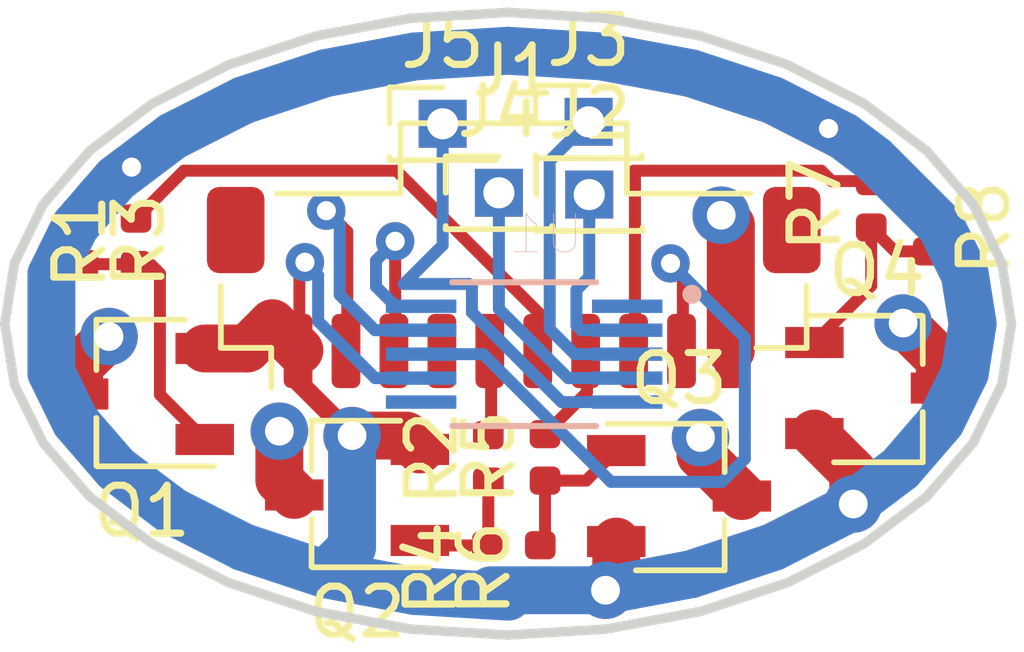
<source format=kicad_pcb>
(kicad_pcb (version 20171130) (host pcbnew 5.1.7-a382d34a8~88~ubuntu20.04.1)

  (general
    (thickness 1.6)
    (drawings 32)
    (tracks 169)
    (zones 0)
    (modules 18)
    (nets 25)
  )

  (page A4)
  (layers
    (0 F.Cu signal)
    (31 B.Cu signal)
    (32 B.Adhes user)
    (33 F.Adhes user)
    (34 B.Paste user)
    (35 F.Paste user)
    (36 B.SilkS user)
    (37 F.SilkS user)
    (38 B.Mask user)
    (39 F.Mask user)
    (40 Dwgs.User user)
    (41 Cmts.User user)
    (42 Eco1.User user)
    (43 Eco2.User user)
    (44 Edge.Cuts user)
    (45 Margin user)
    (46 B.CrtYd user)
    (47 F.CrtYd user hide)
    (48 B.Fab user)
    (49 F.Fab user hide)
  )

  (setup
    (last_trace_width 0.25)
    (user_trace_width 0.4)
    (user_trace_width 0.8)
    (user_trace_width 1)
    (user_trace_width 2)
    (trace_clearance 0.2)
    (zone_clearance 0.508)
    (zone_45_only no)
    (trace_min 0.2)
    (via_size 0.8)
    (via_drill 0.4)
    (via_min_size 0.4)
    (via_min_drill 0.3)
    (user_via 1 0.5)
    (user_via 1.2 0.6)
    (user_via 1.5 0.75)
    (uvia_size 0.3)
    (uvia_drill 0.1)
    (uvias_allowed no)
    (uvia_min_size 0.2)
    (uvia_min_drill 0.1)
    (edge_width 0.05)
    (segment_width 0.2)
    (pcb_text_width 0.3)
    (pcb_text_size 1.5 1.5)
    (mod_edge_width 0.12)
    (mod_text_size 1 1)
    (mod_text_width 0.15)
    (pad_size 1.524 1.524)
    (pad_drill 0.762)
    (pad_to_mask_clearance 0.05)
    (aux_axis_origin 0 0)
    (visible_elements FFFFFF7F)
    (pcbplotparams
      (layerselection 0x010fc_ffffffff)
      (usegerberextensions false)
      (usegerberattributes true)
      (usegerberadvancedattributes true)
      (creategerberjobfile true)
      (excludeedgelayer true)
      (linewidth 0.100000)
      (plotframeref false)
      (viasonmask false)
      (mode 1)
      (useauxorigin false)
      (hpglpennumber 1)
      (hpglpenspeed 20)
      (hpglpendiameter 15.000000)
      (psnegative false)
      (psa4output false)
      (plotreference true)
      (plotvalue true)
      (plotinvisibletext false)
      (padsonsilk false)
      (subtractmaskfromsilk false)
      (outputformat 1)
      (mirror false)
      (drillshape 1)
      (scaleselection 1)
      (outputdirectory ""))
  )

  (net 0 "")
  (net 1 GND)
  (net 2 "Net-(Q1-Pad1)")
  (net 3 "Net-(Q2-Pad1)")
  (net 4 "Net-(Q3-Pad1)")
  (net 5 "Net-(Q4-Pad1)")
  (net 6 /SDA)
  (net 7 /SCL)
  (net 8 +3V3)
  (net 9 "Net-(J1-Pad8)")
  (net 10 "Net-(J1-Pad7)")
  (net 11 "Net-(J1-Pad6)")
  (net 12 "Net-(J1-Pad5)")
  (net 13 "Net-(J1-Pad4)")
  (net 14 "Net-(Q1-Pad3)")
  (net 15 "Net-(Q2-Pad3)")
  (net 16 "Net-(Q3-Pad3)")
  (net 17 "Net-(Q4-Pad3)")
  (net 18 /+12V)
  (net 19 "Net-(J2-Pad1)")
  (net 20 "Net-(J3-Pad1)")
  (net 21 "Net-(J4-Pad1)")
  (net 22 "Net-(J5-Pad1)")
  (net 23 "Net-(U1-Pad6)")
  (net 24 "Net-(U1-Pad1)")

  (net_class Default "This is the default net class."
    (clearance 0.2)
    (trace_width 0.25)
    (via_dia 0.8)
    (via_drill 0.4)
    (uvia_dia 0.3)
    (uvia_drill 0.1)
    (add_net +3V3)
    (add_net /+12V)
    (add_net /SCL)
    (add_net /SDA)
    (add_net GND)
    (add_net "Net-(J1-Pad4)")
    (add_net "Net-(J1-Pad5)")
    (add_net "Net-(J1-Pad6)")
    (add_net "Net-(J1-Pad7)")
    (add_net "Net-(J1-Pad8)")
    (add_net "Net-(J2-Pad1)")
    (add_net "Net-(J3-Pad1)")
    (add_net "Net-(J4-Pad1)")
    (add_net "Net-(J5-Pad1)")
    (add_net "Net-(Q1-Pad1)")
    (add_net "Net-(Q1-Pad3)")
    (add_net "Net-(Q2-Pad1)")
    (add_net "Net-(Q2-Pad3)")
    (add_net "Net-(Q3-Pad1)")
    (add_net "Net-(Q3-Pad3)")
    (add_net "Net-(Q4-Pad1)")
    (add_net "Net-(Q4-Pad3)")
    (add_net "Net-(U1-Pad1)")
    (add_net "Net-(U1-Pad6)")
  )

  (module FDC1004DGSR:SOP50P490X110-10N (layer B.Cu) (tedit 5FC66EA3) (tstamp 6041CA37)
    (at 155.75926 107.74604 180)
    (path /604170D4)
    (fp_text reference U1 (at -0.46 2.508) (layer B.SilkS)
      (effects (font (size 0.8 0.8) (thickness 0.015)) (justify mirror))
    )
    (fp_text value FDC1004DGSR (at 5.636 -2.508) (layer B.Fab)
      (effects (font (size 0.8 0.8) (thickness 0.015)) (justify mirror))
    )
    (fp_circle (center -3.5 1.25) (end -3.4 1.25) (layer B.SilkS) (width 0.2))
    (fp_circle (center -3.5 1.25) (end -3.4 1.25) (layer B.Fab) (width 0.2))
    (fp_line (start -1.5 1.5) (end 1.5 1.5) (layer B.Fab) (width 0.127))
    (fp_line (start -1.5 -1.5) (end 1.5 -1.5) (layer B.Fab) (width 0.127))
    (fp_line (start -1.5 1.5) (end 1.5 1.5) (layer B.SilkS) (width 0.127))
    (fp_line (start -1.5 -1.5) (end 1.5 -1.5) (layer B.SilkS) (width 0.127))
    (fp_line (start -1.5 1.5) (end -1.5 -1.5) (layer B.Fab) (width 0.127))
    (fp_line (start 1.5 1.5) (end 1.5 -1.5) (layer B.Fab) (width 0.127))
    (fp_line (start -3.135 1.75) (end 3.135 1.75) (layer B.CrtYd) (width 0.05))
    (fp_line (start -3.135 -1.75) (end 3.135 -1.75) (layer B.CrtYd) (width 0.05))
    (fp_line (start -3.135 1.75) (end -3.135 -1.75) (layer B.CrtYd) (width 0.05))
    (fp_line (start 3.135 1.75) (end 3.135 -1.75) (layer B.CrtYd) (width 0.05))
    (pad 10 smd rect (at 2.15 1 180) (size 1.47 0.28) (layers B.Cu B.Paste B.Mask)
      (net 6 /SDA))
    (pad 9 smd rect (at 2.15 0.5 180) (size 1.47 0.28) (layers B.Cu B.Paste B.Mask)
      (net 7 /SCL))
    (pad 8 smd rect (at 2.15 0 180) (size 1.47 0.28) (layers B.Cu B.Paste B.Mask)
      (net 8 +3V3))
    (pad 7 smd rect (at 2.15 -0.5 180) (size 1.47 0.28) (layers B.Cu B.Paste B.Mask)
      (net 1 GND))
    (pad 6 smd rect (at 2.15 -1 180) (size 1.47 0.28) (layers B.Cu B.Paste B.Mask)
      (net 23 "Net-(U1-Pad6)"))
    (pad 5 smd rect (at -2.15 -1 180) (size 1.47 0.28) (layers B.Cu B.Paste B.Mask)
      (net 22 "Net-(J5-Pad1)"))
    (pad 4 smd rect (at -2.15 -0.5 180) (size 1.47 0.28) (layers B.Cu B.Paste B.Mask)
      (net 21 "Net-(J4-Pad1)"))
    (pad 3 smd rect (at -2.15 0 180) (size 1.47 0.28) (layers B.Cu B.Paste B.Mask)
      (net 20 "Net-(J3-Pad1)"))
    (pad 2 smd rect (at -2.15 0.5 180) (size 1.47 0.28) (layers B.Cu B.Paste B.Mask)
      (net 19 "Net-(J2-Pad1)"))
    (pad 1 smd rect (at -2.15 1 180) (size 1.47 0.28) (layers B.Cu B.Paste B.Mask)
      (net 24 "Net-(U1-Pad1)"))
  )

  (module Connector_PinHeader_1.27mm:PinHeader_1x01_P1.27mm_Vertical (layer F.Cu) (tedit 59FED6E3) (tstamp 6041C89D)
    (at 154.05862 102.93604)
    (descr "Through hole straight pin header, 1x01, 1.27mm pitch, single row")
    (tags "Through hole pin header THT 1x01 1.27mm single row")
    (path /6041D9F8)
    (fp_text reference J5 (at 0 -1.695) (layer F.SilkS)
      (effects (font (size 1 1) (thickness 0.15)))
    )
    (fp_text value Conn_01x01 (at 0 1.695) (layer F.Fab)
      (effects (font (size 1 1) (thickness 0.15)))
    )
    (fp_text user %R (at 0 0 90) (layer F.Fab)
      (effects (font (size 1 1) (thickness 0.15)))
    )
    (fp_line (start -0.525 -0.635) (end 1.05 -0.635) (layer F.Fab) (width 0.1))
    (fp_line (start 1.05 -0.635) (end 1.05 0.635) (layer F.Fab) (width 0.1))
    (fp_line (start 1.05 0.635) (end -1.05 0.635) (layer F.Fab) (width 0.1))
    (fp_line (start -1.05 0.635) (end -1.05 -0.11) (layer F.Fab) (width 0.1))
    (fp_line (start -1.05 -0.11) (end -0.525 -0.635) (layer F.Fab) (width 0.1))
    (fp_line (start -1.11 0.76) (end 1.11 0.76) (layer F.SilkS) (width 0.12))
    (fp_line (start -1.11 0.76) (end -1.11 0.695) (layer F.SilkS) (width 0.12))
    (fp_line (start 1.11 0.76) (end 1.11 0.695) (layer F.SilkS) (width 0.12))
    (fp_line (start -1.11 0.76) (end -0.563471 0.76) (layer F.SilkS) (width 0.12))
    (fp_line (start 0.563471 0.76) (end 1.11 0.76) (layer F.SilkS) (width 0.12))
    (fp_line (start -1.11 0) (end -1.11 -0.76) (layer F.SilkS) (width 0.12))
    (fp_line (start -1.11 -0.76) (end 0 -0.76) (layer F.SilkS) (width 0.12))
    (fp_line (start -1.55 -1.15) (end -1.55 1.15) (layer F.CrtYd) (width 0.05))
    (fp_line (start -1.55 1.15) (end 1.55 1.15) (layer F.CrtYd) (width 0.05))
    (fp_line (start 1.55 1.15) (end 1.55 -1.15) (layer F.CrtYd) (width 0.05))
    (fp_line (start 1.55 -1.15) (end -1.55 -1.15) (layer F.CrtYd) (width 0.05))
    (pad 1 thru_hole rect (at 0 0) (size 1 1) (drill 0.65) (layers *.Cu *.Mask)
      (net 22 "Net-(J5-Pad1)"))
    (model ${KISYS3DMOD}/Connector_PinHeader_1.27mm.3dshapes/PinHeader_1x01_P1.27mm_Vertical.wrl
      (at (xyz 0 0 0))
      (scale (xyz 1 1 1))
      (rotate (xyz 0 0 0))
    )
  )

  (module Connector_PinHeader_1.27mm:PinHeader_1x01_P1.27mm_Vertical (layer F.Cu) (tedit 59FED6E3) (tstamp 6041C887)
    (at 155.2321 104.37622)
    (descr "Through hole straight pin header, 1x01, 1.27mm pitch, single row")
    (tags "Through hole pin header THT 1x01 1.27mm single row")
    (path /6041CE99)
    (fp_text reference J4 (at 0 -1.695) (layer F.SilkS)
      (effects (font (size 1 1) (thickness 0.15)))
    )
    (fp_text value Conn_01x01 (at 0 1.695) (layer F.Fab)
      (effects (font (size 1 1) (thickness 0.15)))
    )
    (fp_text user %R (at 0 0 90) (layer F.Fab)
      (effects (font (size 1 1) (thickness 0.15)))
    )
    (fp_line (start -0.525 -0.635) (end 1.05 -0.635) (layer F.Fab) (width 0.1))
    (fp_line (start 1.05 -0.635) (end 1.05 0.635) (layer F.Fab) (width 0.1))
    (fp_line (start 1.05 0.635) (end -1.05 0.635) (layer F.Fab) (width 0.1))
    (fp_line (start -1.05 0.635) (end -1.05 -0.11) (layer F.Fab) (width 0.1))
    (fp_line (start -1.05 -0.11) (end -0.525 -0.635) (layer F.Fab) (width 0.1))
    (fp_line (start -1.11 0.76) (end 1.11 0.76) (layer F.SilkS) (width 0.12))
    (fp_line (start -1.11 0.76) (end -1.11 0.695) (layer F.SilkS) (width 0.12))
    (fp_line (start 1.11 0.76) (end 1.11 0.695) (layer F.SilkS) (width 0.12))
    (fp_line (start -1.11 0.76) (end -0.563471 0.76) (layer F.SilkS) (width 0.12))
    (fp_line (start 0.563471 0.76) (end 1.11 0.76) (layer F.SilkS) (width 0.12))
    (fp_line (start -1.11 0) (end -1.11 -0.76) (layer F.SilkS) (width 0.12))
    (fp_line (start -1.11 -0.76) (end 0 -0.76) (layer F.SilkS) (width 0.12))
    (fp_line (start -1.55 -1.15) (end -1.55 1.15) (layer F.CrtYd) (width 0.05))
    (fp_line (start -1.55 1.15) (end 1.55 1.15) (layer F.CrtYd) (width 0.05))
    (fp_line (start 1.55 1.15) (end 1.55 -1.15) (layer F.CrtYd) (width 0.05))
    (fp_line (start 1.55 -1.15) (end -1.55 -1.15) (layer F.CrtYd) (width 0.05))
    (pad 1 thru_hole rect (at 0 0) (size 1 1) (drill 0.65) (layers *.Cu *.Mask)
      (net 21 "Net-(J4-Pad1)"))
    (model ${KISYS3DMOD}/Connector_PinHeader_1.27mm.3dshapes/PinHeader_1x01_P1.27mm_Vertical.wrl
      (at (xyz 0 0 0))
      (scale (xyz 1 1 1))
      (rotate (xyz 0 0 0))
    )
  )

  (module Connector_PinHeader_1.27mm:PinHeader_1x01_P1.27mm_Vertical (layer F.Cu) (tedit 59FED6E3) (tstamp 6041C871)
    (at 157.10408 102.8954)
    (descr "Through hole straight pin header, 1x01, 1.27mm pitch, single row")
    (tags "Through hole pin header THT 1x01 1.27mm single row")
    (path /6041C7F4)
    (fp_text reference J3 (at 0 -1.695) (layer F.SilkS)
      (effects (font (size 1 1) (thickness 0.15)))
    )
    (fp_text value Conn_01x01 (at 0 1.695) (layer F.Fab)
      (effects (font (size 1 1) (thickness 0.15)))
    )
    (fp_text user %R (at 0 0 90) (layer F.Fab)
      (effects (font (size 1 1) (thickness 0.15)))
    )
    (fp_line (start -0.525 -0.635) (end 1.05 -0.635) (layer F.Fab) (width 0.1))
    (fp_line (start 1.05 -0.635) (end 1.05 0.635) (layer F.Fab) (width 0.1))
    (fp_line (start 1.05 0.635) (end -1.05 0.635) (layer F.Fab) (width 0.1))
    (fp_line (start -1.05 0.635) (end -1.05 -0.11) (layer F.Fab) (width 0.1))
    (fp_line (start -1.05 -0.11) (end -0.525 -0.635) (layer F.Fab) (width 0.1))
    (fp_line (start -1.11 0.76) (end 1.11 0.76) (layer F.SilkS) (width 0.12))
    (fp_line (start -1.11 0.76) (end -1.11 0.695) (layer F.SilkS) (width 0.12))
    (fp_line (start 1.11 0.76) (end 1.11 0.695) (layer F.SilkS) (width 0.12))
    (fp_line (start -1.11 0.76) (end -0.563471 0.76) (layer F.SilkS) (width 0.12))
    (fp_line (start 0.563471 0.76) (end 1.11 0.76) (layer F.SilkS) (width 0.12))
    (fp_line (start -1.11 0) (end -1.11 -0.76) (layer F.SilkS) (width 0.12))
    (fp_line (start -1.11 -0.76) (end 0 -0.76) (layer F.SilkS) (width 0.12))
    (fp_line (start -1.55 -1.15) (end -1.55 1.15) (layer F.CrtYd) (width 0.05))
    (fp_line (start -1.55 1.15) (end 1.55 1.15) (layer F.CrtYd) (width 0.05))
    (fp_line (start 1.55 1.15) (end 1.55 -1.15) (layer F.CrtYd) (width 0.05))
    (fp_line (start 1.55 -1.15) (end -1.55 -1.15) (layer F.CrtYd) (width 0.05))
    (pad 1 thru_hole rect (at 0 0) (size 1 1) (drill 0.65) (layers *.Cu *.Mask)
      (net 20 "Net-(J3-Pad1)"))
    (model ${KISYS3DMOD}/Connector_PinHeader_1.27mm.3dshapes/PinHeader_1x01_P1.27mm_Vertical.wrl
      (at (xyz 0 0 0))
      (scale (xyz 1 1 1))
      (rotate (xyz 0 0 0))
    )
  )

  (module Connector_PinHeader_1.27mm:PinHeader_1x01_P1.27mm_Vertical (layer F.Cu) (tedit 59FED6E3) (tstamp 6041C85B)
    (at 157.11678 104.41432)
    (descr "Through hole straight pin header, 1x01, 1.27mm pitch, single row")
    (tags "Through hole pin header THT 1x01 1.27mm single row")
    (path /6041C108)
    (fp_text reference J2 (at 0 -1.695) (layer F.SilkS)
      (effects (font (size 1 1) (thickness 0.15)))
    )
    (fp_text value Conn_01x01 (at 0 1.695) (layer F.Fab)
      (effects (font (size 1 1) (thickness 0.15)))
    )
    (fp_text user %R (at 0 0 90) (layer F.Fab)
      (effects (font (size 1 1) (thickness 0.15)))
    )
    (fp_line (start -0.525 -0.635) (end 1.05 -0.635) (layer F.Fab) (width 0.1))
    (fp_line (start 1.05 -0.635) (end 1.05 0.635) (layer F.Fab) (width 0.1))
    (fp_line (start 1.05 0.635) (end -1.05 0.635) (layer F.Fab) (width 0.1))
    (fp_line (start -1.05 0.635) (end -1.05 -0.11) (layer F.Fab) (width 0.1))
    (fp_line (start -1.05 -0.11) (end -0.525 -0.635) (layer F.Fab) (width 0.1))
    (fp_line (start -1.11 0.76) (end 1.11 0.76) (layer F.SilkS) (width 0.12))
    (fp_line (start -1.11 0.76) (end -1.11 0.695) (layer F.SilkS) (width 0.12))
    (fp_line (start 1.11 0.76) (end 1.11 0.695) (layer F.SilkS) (width 0.12))
    (fp_line (start -1.11 0.76) (end -0.563471 0.76) (layer F.SilkS) (width 0.12))
    (fp_line (start 0.563471 0.76) (end 1.11 0.76) (layer F.SilkS) (width 0.12))
    (fp_line (start -1.11 0) (end -1.11 -0.76) (layer F.SilkS) (width 0.12))
    (fp_line (start -1.11 -0.76) (end 0 -0.76) (layer F.SilkS) (width 0.12))
    (fp_line (start -1.55 -1.15) (end -1.55 1.15) (layer F.CrtYd) (width 0.05))
    (fp_line (start -1.55 1.15) (end 1.55 1.15) (layer F.CrtYd) (width 0.05))
    (fp_line (start 1.55 1.15) (end 1.55 -1.15) (layer F.CrtYd) (width 0.05))
    (fp_line (start 1.55 -1.15) (end -1.55 -1.15) (layer F.CrtYd) (width 0.05))
    (pad 1 thru_hole rect (at 0 0) (size 1 1) (drill 0.65) (layers *.Cu *.Mask)
      (net 19 "Net-(J2-Pad1)"))
    (model ${KISYS3DMOD}/Connector_PinHeader_1.27mm.3dshapes/PinHeader_1x01_P1.27mm_Vertical.wrl
      (at (xyz 0 0 0))
      (scale (xyz 1 1 1))
      (rotate (xyz 0 0 0))
    )
  )

  (module MolexPicoClasp:Molex_Pico-Clasp_501331-1007_1x10-1MP_P1.00mm_Vertical (layer F.Cu) (tedit 5B78AD89) (tstamp 6041D089)
    (at 155.54198 106.35488)
    (descr "Molex Pico-Clasp series connector, 501331-1007 (http://www.molex.com/pdm_docs/sd/5013310207_sd.pdf), generated with kicad-footprint-generator")
    (tags "connector Molex Pico-Clasp side entry")
    (path /6041AB42)
    (attr smd)
    (fp_text reference J1 (at 0 -4.52) (layer F.SilkS)
      (effects (font (size 1 1) (thickness 0.15)))
    )
    (fp_text value Conn_01x10 (at 0 3.3) (layer F.Fab)
      (effects (font (size 1 1) (thickness 0.15)))
    )
    (fp_line (start -4.5 0.442893) (end -4 1.15) (layer F.Fab) (width 0.1))
    (fp_line (start -5 1.15) (end -4.5 0.442893) (layer F.Fab) (width 0.1))
    (fp_line (start 6.9 -3.82) (end -6.9 -3.82) (layer F.CrtYd) (width 0.05))
    (fp_line (start 6.9 2.6) (end 6.9 -3.82) (layer F.CrtYd) (width 0.05))
    (fp_line (start -6.9 2.6) (end 6.9 2.6) (layer F.CrtYd) (width 0.05))
    (fp_line (start -6.9 -3.82) (end -6.9 2.6) (layer F.CrtYd) (width 0.05))
    (fp_line (start 4.625 -0.25) (end 4.375 -0.25) (layer F.Fab) (width 0.1))
    (fp_line (start 4.625 0.25) (end 4.625 -0.25) (layer F.Fab) (width 0.1))
    (fp_line (start 4.375 0.25) (end 4.625 0.25) (layer F.Fab) (width 0.1))
    (fp_line (start 4.375 -0.25) (end 4.375 0.25) (layer F.Fab) (width 0.1))
    (fp_line (start 3.625 -0.25) (end 3.375 -0.25) (layer F.Fab) (width 0.1))
    (fp_line (start 3.625 0.25) (end 3.625 -0.25) (layer F.Fab) (width 0.1))
    (fp_line (start 3.375 0.25) (end 3.625 0.25) (layer F.Fab) (width 0.1))
    (fp_line (start 3.375 -0.25) (end 3.375 0.25) (layer F.Fab) (width 0.1))
    (fp_line (start 2.625 -0.25) (end 2.375 -0.25) (layer F.Fab) (width 0.1))
    (fp_line (start 2.625 0.25) (end 2.625 -0.25) (layer F.Fab) (width 0.1))
    (fp_line (start 2.375 0.25) (end 2.625 0.25) (layer F.Fab) (width 0.1))
    (fp_line (start 2.375 -0.25) (end 2.375 0.25) (layer F.Fab) (width 0.1))
    (fp_line (start 1.625 -0.25) (end 1.375 -0.25) (layer F.Fab) (width 0.1))
    (fp_line (start 1.625 0.25) (end 1.625 -0.25) (layer F.Fab) (width 0.1))
    (fp_line (start 1.375 0.25) (end 1.625 0.25) (layer F.Fab) (width 0.1))
    (fp_line (start 1.375 -0.25) (end 1.375 0.25) (layer F.Fab) (width 0.1))
    (fp_line (start 0.625 -0.25) (end 0.375 -0.25) (layer F.Fab) (width 0.1))
    (fp_line (start 0.625 0.25) (end 0.625 -0.25) (layer F.Fab) (width 0.1))
    (fp_line (start 0.375 0.25) (end 0.625 0.25) (layer F.Fab) (width 0.1))
    (fp_line (start 0.375 -0.25) (end 0.375 0.25) (layer F.Fab) (width 0.1))
    (fp_line (start -0.375 -0.25) (end -0.625 -0.25) (layer F.Fab) (width 0.1))
    (fp_line (start -0.375 0.25) (end -0.375 -0.25) (layer F.Fab) (width 0.1))
    (fp_line (start -0.625 0.25) (end -0.375 0.25) (layer F.Fab) (width 0.1))
    (fp_line (start -0.625 -0.25) (end -0.625 0.25) (layer F.Fab) (width 0.1))
    (fp_line (start -1.375 -0.25) (end -1.625 -0.25) (layer F.Fab) (width 0.1))
    (fp_line (start -1.375 0.25) (end -1.375 -0.25) (layer F.Fab) (width 0.1))
    (fp_line (start -1.625 0.25) (end -1.375 0.25) (layer F.Fab) (width 0.1))
    (fp_line (start -1.625 -0.25) (end -1.625 0.25) (layer F.Fab) (width 0.1))
    (fp_line (start -2.375 -0.25) (end -2.625 -0.25) (layer F.Fab) (width 0.1))
    (fp_line (start -2.375 0.25) (end -2.375 -0.25) (layer F.Fab) (width 0.1))
    (fp_line (start -2.625 0.25) (end -2.375 0.25) (layer F.Fab) (width 0.1))
    (fp_line (start -2.625 -0.25) (end -2.625 0.25) (layer F.Fab) (width 0.1))
    (fp_line (start -3.375 -0.25) (end -3.625 -0.25) (layer F.Fab) (width 0.1))
    (fp_line (start -3.375 0.25) (end -3.375 -0.25) (layer F.Fab) (width 0.1))
    (fp_line (start -3.625 0.25) (end -3.375 0.25) (layer F.Fab) (width 0.1))
    (fp_line (start -3.625 -0.25) (end -3.625 0.25) (layer F.Fab) (width 0.1))
    (fp_line (start -4.375 -0.25) (end -4.625 -0.25) (layer F.Fab) (width 0.1))
    (fp_line (start -4.375 0.25) (end -4.375 -0.25) (layer F.Fab) (width 0.1))
    (fp_line (start -4.625 0.25) (end -4.375 0.25) (layer F.Fab) (width 0.1))
    (fp_line (start -4.625 -0.25) (end -4.625 0.25) (layer F.Fab) (width 0.1))
    (fp_line (start 6 1.15) (end 6 -1.85) (layer F.Fab) (width 0.1))
    (fp_line (start -6 1.15) (end -6 -1.85) (layer F.Fab) (width 0.1))
    (fp_line (start 2.25 -1.85) (end 6 -1.85) (layer F.Fab) (width 0.1))
    (fp_line (start 2.25 -3.32) (end 2.25 -1.85) (layer F.Fab) (width 0.1))
    (fp_line (start -2.25 -3.32) (end 2.25 -3.32) (layer F.Fab) (width 0.1))
    (fp_line (start -2.25 -1.85) (end -2.25 -3.32) (layer F.Fab) (width 0.1))
    (fp_line (start -6 -1.85) (end -2.25 -1.85) (layer F.Fab) (width 0.1))
    (fp_line (start 2.36 -1.96) (end 4.94 -1.96) (layer F.SilkS) (width 0.12))
    (fp_line (start 2.36 -3.43) (end 2.36 -1.96) (layer F.SilkS) (width 0.12))
    (fp_line (start -2.36 -3.43) (end 2.36 -3.43) (layer F.SilkS) (width 0.12))
    (fp_line (start -2.36 -1.96) (end -2.36 -3.43) (layer F.SilkS) (width 0.12))
    (fp_line (start -4.94 -1.96) (end -2.36 -1.96) (layer F.SilkS) (width 0.12))
    (fp_line (start 6.11 1.26) (end 5.06 1.26) (layer F.SilkS) (width 0.12))
    (fp_line (start 6.11 -0.04) (end 6.11 1.26) (layer F.SilkS) (width 0.12))
    (fp_line (start -5.06 1.26) (end -5.06 2.1) (layer F.SilkS) (width 0.12))
    (fp_line (start -6.11 1.26) (end -5.06 1.26) (layer F.SilkS) (width 0.12))
    (fp_line (start -6.11 -0.04) (end -6.11 1.26) (layer F.SilkS) (width 0.12))
    (fp_line (start -6 1.15) (end 6 1.15) (layer F.Fab) (width 0.1))
    (fp_text user %R (at 0 -1.15) (layer F.Fab)
      (effects (font (size 1 1) (thickness 0.15)))
    )
    (pad MP smd roundrect (at 5.8 -1.2) (size 1.2 1.8) (layers F.Cu F.Paste F.Mask) (roundrect_rratio 0.208333))
    (pad MP smd roundrect (at -5.8 -1.2) (size 1.2 1.8) (layers F.Cu F.Paste F.Mask) (roundrect_rratio 0.208333))
    (pad 10 smd roundrect (at 4.5 1.325) (size 0.6 1.55) (layers F.Cu F.Paste F.Mask) (roundrect_rratio 0.25)
      (net 18 /+12V))
    (pad 9 smd roundrect (at 3.5 1.325) (size 0.6 1.55) (layers F.Cu F.Paste F.Mask) (roundrect_rratio 0.25)
      (net 8 +3V3))
    (pad 8 smd roundrect (at 2.5 1.325) (size 0.6 1.55) (layers F.Cu F.Paste F.Mask) (roundrect_rratio 0.25)
      (net 9 "Net-(J1-Pad8)"))
    (pad 7 smd roundrect (at 1.5 1.325) (size 0.6 1.55) (layers F.Cu F.Paste F.Mask) (roundrect_rratio 0.25)
      (net 10 "Net-(J1-Pad7)"))
    (pad 6 smd roundrect (at 0.5 1.325) (size 0.6 1.55) (layers F.Cu F.Paste F.Mask) (roundrect_rratio 0.25)
      (net 11 "Net-(J1-Pad6)"))
    (pad 5 smd roundrect (at -0.5 1.325) (size 0.6 1.55) (layers F.Cu F.Paste F.Mask) (roundrect_rratio 0.25)
      (net 12 "Net-(J1-Pad5)"))
    (pad 4 smd roundrect (at -1.5 1.325) (size 0.6 1.55) (layers F.Cu F.Paste F.Mask) (roundrect_rratio 0.25)
      (net 13 "Net-(J1-Pad4)"))
    (pad 3 smd roundrect (at -2.5 1.325) (size 0.6 1.55) (layers F.Cu F.Paste F.Mask) (roundrect_rratio 0.25)
      (net 6 /SDA))
    (pad 2 smd roundrect (at -3.5 1.325) (size 0.6 1.55) (layers F.Cu F.Paste F.Mask) (roundrect_rratio 0.25)
      (net 7 /SCL))
    (pad 1 smd roundrect (at -4.5 1.325) (size 0.6 1.55) (layers F.Cu F.Paste F.Mask) (roundrect_rratio 0.25)
      (net 1 GND))
    (model ${KISYS3DMOD}/Connector_Molex.3dshapes/Molex_Pico-Clasp_501331-1007_1x10-1MP_P1.00mm_Vertical.wrl
      (at (xyz 0 0 0))
      (scale (xyz 1 1 1))
      (rotate (xyz 0 0 0))
    )
  )

  (module Resistor_SMD:R_0402_1005Metric (layer F.Cu) (tedit 5B301BBD) (tstamp 5FADF5E0)
    (at 147.6629 105.3997 90)
    (descr "Resistor SMD 0402 (1005 Metric), square (rectangular) end terminal, IPC_7351 nominal, (Body size source: http://www.tortai-tech.com/upload/download/2011102023233369053.pdf), generated with kicad-footprint-generator")
    (tags resistor)
    (path /5FB030E1)
    (attr smd)
    (fp_text reference R1 (at 0 -1.17 90) (layer F.SilkS)
      (effects (font (size 1 1) (thickness 0.15)))
    )
    (fp_text value 1k (at 0 1.17 90) (layer F.Fab)
      (effects (font (size 1 1) (thickness 0.15)))
    )
    (fp_line (start 0.93 0.47) (end -0.93 0.47) (layer F.CrtYd) (width 0.05))
    (fp_line (start 0.93 -0.47) (end 0.93 0.47) (layer F.CrtYd) (width 0.05))
    (fp_line (start -0.93 -0.47) (end 0.93 -0.47) (layer F.CrtYd) (width 0.05))
    (fp_line (start -0.93 0.47) (end -0.93 -0.47) (layer F.CrtYd) (width 0.05))
    (fp_line (start 0.5 0.25) (end -0.5 0.25) (layer F.Fab) (width 0.1))
    (fp_line (start 0.5 -0.25) (end 0.5 0.25) (layer F.Fab) (width 0.1))
    (fp_line (start -0.5 -0.25) (end 0.5 -0.25) (layer F.Fab) (width 0.1))
    (fp_line (start -0.5 0.25) (end -0.5 -0.25) (layer F.Fab) (width 0.1))
    (fp_text user %R (at 0 0 90) (layer F.Fab)
      (effects (font (size 0.25 0.25) (thickness 0.04)))
    )
    (pad 2 smd roundrect (at 0.485 0 90) (size 0.59 0.64) (layers F.Cu F.Paste F.Mask) (roundrect_rratio 0.25)
      (net 11 "Net-(J1-Pad6)"))
    (pad 1 smd roundrect (at -0.485 0 90) (size 0.59 0.64) (layers F.Cu F.Paste F.Mask) (roundrect_rratio 0.25)
      (net 2 "Net-(Q1-Pad1)"))
    (model ${KISYS3DMOD}/Resistor_SMD.3dshapes/R_0402_1005Metric.wrl
      (at (xyz 0 0 0))
      (scale (xyz 1 1 1))
      (rotate (xyz 0 0 0))
    )
  )

  (module Resistor_SMD:R_0402_1005Metric (layer F.Cu) (tedit 5B301BBD) (tstamp 5FADF61C)
    (at 156.19476 109.90058 90)
    (descr "Resistor SMD 0402 (1005 Metric), square (rectangular) end terminal, IPC_7351 nominal, (Body size source: http://www.tortai-tech.com/upload/download/2011102023233369053.pdf), generated with kicad-footprint-generator")
    (tags resistor)
    (path /5FAE0608)
    (attr smd)
    (fp_text reference R5 (at 0 -1.17 90) (layer F.SilkS)
      (effects (font (size 1 1) (thickness 0.15)))
    )
    (fp_text value 1k (at 0 1.17 90) (layer F.Fab)
      (effects (font (size 1 1) (thickness 0.15)))
    )
    (fp_line (start 0.93 0.47) (end -0.93 0.47) (layer F.CrtYd) (width 0.05))
    (fp_line (start 0.93 -0.47) (end 0.93 0.47) (layer F.CrtYd) (width 0.05))
    (fp_line (start -0.93 -0.47) (end 0.93 -0.47) (layer F.CrtYd) (width 0.05))
    (fp_line (start -0.93 0.47) (end -0.93 -0.47) (layer F.CrtYd) (width 0.05))
    (fp_line (start 0.5 0.25) (end -0.5 0.25) (layer F.Fab) (width 0.1))
    (fp_line (start 0.5 -0.25) (end 0.5 0.25) (layer F.Fab) (width 0.1))
    (fp_line (start -0.5 -0.25) (end 0.5 -0.25) (layer F.Fab) (width 0.1))
    (fp_line (start -0.5 0.25) (end -0.5 -0.25) (layer F.Fab) (width 0.1))
    (fp_text user %R (at 0 0 90) (layer F.Fab)
      (effects (font (size 0.25 0.25) (thickness 0.04)))
    )
    (pad 2 smd roundrect (at 0.485 0 90) (size 0.59 0.64) (layers F.Cu F.Paste F.Mask) (roundrect_rratio 0.25)
      (net 10 "Net-(J1-Pad7)"))
    (pad 1 smd roundrect (at -0.485 0 90) (size 0.59 0.64) (layers F.Cu F.Paste F.Mask) (roundrect_rratio 0.25)
      (net 4 "Net-(Q3-Pad1)"))
    (model ${KISYS3DMOD}/Resistor_SMD.3dshapes/R_0402_1005Metric.wrl
      (at (xyz 0 0 0))
      (scale (xyz 1 1 1))
      (rotate (xyz 0 0 0))
    )
  )

  (module Resistor_SMD:R_0402_1005Metric (layer F.Cu) (tedit 5B301BBD) (tstamp 5FADF5FE)
    (at 146.55546 105.38192 270)
    (descr "Resistor SMD 0402 (1005 Metric), square (rectangular) end terminal, IPC_7351 nominal, (Body size source: http://www.tortai-tech.com/upload/download/2011102023233369053.pdf), generated with kicad-footprint-generator")
    (tags resistor)
    (path /5FB030ED)
    (attr smd)
    (fp_text reference R3 (at 0 -1.17 90) (layer F.SilkS)
      (effects (font (size 1 1) (thickness 0.15)))
    )
    (fp_text value 10k (at 0 1.17 90) (layer F.Fab)
      (effects (font (size 1 1) (thickness 0.15)))
    )
    (fp_line (start 0.93 0.47) (end -0.93 0.47) (layer F.CrtYd) (width 0.05))
    (fp_line (start 0.93 -0.47) (end 0.93 0.47) (layer F.CrtYd) (width 0.05))
    (fp_line (start -0.93 -0.47) (end 0.93 -0.47) (layer F.CrtYd) (width 0.05))
    (fp_line (start -0.93 0.47) (end -0.93 -0.47) (layer F.CrtYd) (width 0.05))
    (fp_line (start 0.5 0.25) (end -0.5 0.25) (layer F.Fab) (width 0.1))
    (fp_line (start 0.5 -0.25) (end 0.5 0.25) (layer F.Fab) (width 0.1))
    (fp_line (start -0.5 -0.25) (end 0.5 -0.25) (layer F.Fab) (width 0.1))
    (fp_line (start -0.5 0.25) (end -0.5 -0.25) (layer F.Fab) (width 0.1))
    (fp_text user %R (at 0 0 90) (layer F.Fab)
      (effects (font (size 0.25 0.25) (thickness 0.04)))
    )
    (pad 2 smd roundrect (at 0.485 0 270) (size 0.59 0.64) (layers F.Cu F.Paste F.Mask) (roundrect_rratio 0.25)
      (net 2 "Net-(Q1-Pad1)"))
    (pad 1 smd roundrect (at -0.485 0 270) (size 0.59 0.64) (layers F.Cu F.Paste F.Mask) (roundrect_rratio 0.25)
      (net 1 GND))
    (model ${KISYS3DMOD}/Resistor_SMD.3dshapes/R_0402_1005Metric.wrl
      (at (xyz 0 0 0))
      (scale (xyz 1 1 1))
      (rotate (xyz 0 0 0))
    )
  )

  (module Package_TO_SOT_SMD:TSOT-23 (layer F.Cu) (tedit 5A02FF57) (tstamp 5FADF592)
    (at 147.78546 108.57734 180)
    (descr "3-pin TSOT23 package, http://www.analog.com.tw/pdf/All_In_One.pdf")
    (tags TSOT-23)
    (path /5FB030E7)
    (attr smd)
    (fp_text reference Q1 (at 0 -2.45) (layer F.SilkS)
      (effects (font (size 1 1) (thickness 0.15)))
    )
    (fp_text value Q_NMOS_GSD (at 0 2.5) (layer F.Fab)
      (effects (font (size 1 1) (thickness 0.15)))
    )
    (fp_line (start 2.17 1.7) (end -2.17 1.7) (layer F.CrtYd) (width 0.05))
    (fp_line (start 2.17 1.7) (end 2.17 -1.7) (layer F.CrtYd) (width 0.05))
    (fp_line (start -2.17 -1.7) (end -2.17 1.7) (layer F.CrtYd) (width 0.05))
    (fp_line (start -2.17 -1.7) (end 2.17 -1.7) (layer F.CrtYd) (width 0.05))
    (fp_line (start 0.88 -1.45) (end 0.88 1.45) (layer F.Fab) (width 0.1))
    (fp_line (start 0.88 1.45) (end -0.88 1.45) (layer F.Fab) (width 0.1))
    (fp_line (start -0.88 -1) (end -0.88 1.45) (layer F.Fab) (width 0.1))
    (fp_line (start 0.88 -1.45) (end -0.43 -1.45) (layer F.Fab) (width 0.1))
    (fp_line (start -0.88 -1) (end -0.43 -1.45) (layer F.Fab) (width 0.1))
    (fp_line (start 0.93 -1.51) (end -1.5 -1.51) (layer F.SilkS) (width 0.12))
    (fp_line (start 0.95 -1.5) (end 0.95 -0.5) (layer F.SilkS) (width 0.12))
    (fp_line (start 0.95 1.55) (end -0.9 1.55) (layer F.SilkS) (width 0.12))
    (fp_line (start 0.95 0.5) (end 0.95 1.55) (layer F.SilkS) (width 0.12))
    (fp_text user %R (at 0 0 90) (layer F.Fab)
      (effects (font (size 0.5 0.5) (thickness 0.075)))
    )
    (pad 3 smd rect (at 1.31 0 180) (size 1.22 0.65) (layers F.Cu F.Paste F.Mask)
      (net 14 "Net-(Q1-Pad3)"))
    (pad 2 smd rect (at -1.31 0.95 180) (size 1.22 0.65) (layers F.Cu F.Paste F.Mask)
      (net 1 GND))
    (pad 1 smd rect (at -1.31 -0.95 180) (size 1.22 0.65) (layers F.Cu F.Paste F.Mask)
      (net 2 "Net-(Q1-Pad1)"))
    (model ${KISYS3DMOD}/Package_TO_SOT_SMD.3dshapes/TSOT-23.wrl
      (at (xyz 0 0 0))
      (scale (xyz 1 1 1))
      (rotate (xyz 0 0 0))
    )
  )

  (module Package_TO_SOT_SMD:TSOT-23 (layer F.Cu) (tedit 5A02FF57) (tstamp 5FADF5D1)
    (at 163.12388 108.45292)
    (descr "3-pin TSOT23 package, http://www.analog.com.tw/pdf/All_In_One.pdf")
    (tags TSOT-23)
    (path /5FB020B1)
    (attr smd)
    (fp_text reference Q4 (at 0 -2.45) (layer F.SilkS)
      (effects (font (size 1 1) (thickness 0.15)))
    )
    (fp_text value Q_NMOS_GSD (at 0 2.5) (layer F.Fab)
      (effects (font (size 1 1) (thickness 0.15)))
    )
    (fp_line (start 2.17 1.7) (end -2.17 1.7) (layer F.CrtYd) (width 0.05))
    (fp_line (start 2.17 1.7) (end 2.17 -1.7) (layer F.CrtYd) (width 0.05))
    (fp_line (start -2.17 -1.7) (end -2.17 1.7) (layer F.CrtYd) (width 0.05))
    (fp_line (start -2.17 -1.7) (end 2.17 -1.7) (layer F.CrtYd) (width 0.05))
    (fp_line (start 0.88 -1.45) (end 0.88 1.45) (layer F.Fab) (width 0.1))
    (fp_line (start 0.88 1.45) (end -0.88 1.45) (layer F.Fab) (width 0.1))
    (fp_line (start -0.88 -1) (end -0.88 1.45) (layer F.Fab) (width 0.1))
    (fp_line (start 0.88 -1.45) (end -0.43 -1.45) (layer F.Fab) (width 0.1))
    (fp_line (start -0.88 -1) (end -0.43 -1.45) (layer F.Fab) (width 0.1))
    (fp_line (start 0.93 -1.51) (end -1.5 -1.51) (layer F.SilkS) (width 0.12))
    (fp_line (start 0.95 -1.5) (end 0.95 -0.5) (layer F.SilkS) (width 0.12))
    (fp_line (start 0.95 1.55) (end -0.9 1.55) (layer F.SilkS) (width 0.12))
    (fp_line (start 0.95 0.5) (end 0.95 1.55) (layer F.SilkS) (width 0.12))
    (fp_text user %R (at -0.3914 -0.3706 -270) (layer F.Fab)
      (effects (font (size 0.5 0.5) (thickness 0.075)))
    )
    (pad 3 smd rect (at 1.31 0) (size 1.22 0.65) (layers F.Cu F.Paste F.Mask)
      (net 17 "Net-(Q4-Pad3)"))
    (pad 2 smd rect (at -1.31 0.95) (size 1.22 0.65) (layers F.Cu F.Paste F.Mask)
      (net 1 GND))
    (pad 1 smd rect (at -1.31 -0.95) (size 1.22 0.65) (layers F.Cu F.Paste F.Mask)
      (net 5 "Net-(Q4-Pad1)"))
    (model ${KISYS3DMOD}/Package_TO_SOT_SMD.3dshapes/TSOT-23.wrl
      (at (xyz 0 0 0))
      (scale (xyz 1 1 1))
      (rotate (xyz 0 0 0))
    )
  )

  (module Resistor_SMD:R_0402_1005Metric (layer F.Cu) (tedit 5B301BBD) (tstamp 5FADF60D)
    (at 154.9908 112.22496 90)
    (descr "Resistor SMD 0402 (1005 Metric), square (rectangular) end terminal, IPC_7351 nominal, (Body size source: http://www.tortai-tech.com/upload/download/2011102023233369053.pdf), generated with kicad-footprint-generator")
    (tags resistor)
    (path /5FB040C9)
    (attr smd)
    (fp_text reference R4 (at 0 -1.17 90) (layer F.SilkS)
      (effects (font (size 1 1) (thickness 0.15)))
    )
    (fp_text value 10k (at 0 1.17 90) (layer F.Fab)
      (effects (font (size 1 1) (thickness 0.15)))
    )
    (fp_line (start 0.93 0.47) (end -0.93 0.47) (layer F.CrtYd) (width 0.05))
    (fp_line (start 0.93 -0.47) (end 0.93 0.47) (layer F.CrtYd) (width 0.05))
    (fp_line (start -0.93 -0.47) (end 0.93 -0.47) (layer F.CrtYd) (width 0.05))
    (fp_line (start -0.93 0.47) (end -0.93 -0.47) (layer F.CrtYd) (width 0.05))
    (fp_line (start 0.5 0.25) (end -0.5 0.25) (layer F.Fab) (width 0.1))
    (fp_line (start 0.5 -0.25) (end 0.5 0.25) (layer F.Fab) (width 0.1))
    (fp_line (start -0.5 -0.25) (end 0.5 -0.25) (layer F.Fab) (width 0.1))
    (fp_line (start -0.5 0.25) (end -0.5 -0.25) (layer F.Fab) (width 0.1))
    (fp_text user %R (at 0 0 90) (layer F.Fab)
      (effects (font (size 0.25 0.25) (thickness 0.04)))
    )
    (pad 2 smd roundrect (at 0.485 0 90) (size 0.59 0.64) (layers F.Cu F.Paste F.Mask) (roundrect_rratio 0.25)
      (net 3 "Net-(Q2-Pad1)"))
    (pad 1 smd roundrect (at -0.485 0 90) (size 0.59 0.64) (layers F.Cu F.Paste F.Mask) (roundrect_rratio 0.25)
      (net 1 GND))
    (model ${KISYS3DMOD}/Resistor_SMD.3dshapes/R_0402_1005Metric.wrl
      (at (xyz 0 0 0))
      (scale (xyz 1 1 1))
      (rotate (xyz 0 0 0))
    )
  )

  (module Package_TO_SOT_SMD:TSOT-23 (layer F.Cu) (tedit 5A02FF57) (tstamp 5FADF5A7)
    (at 152.27364 110.68554 180)
    (descr "3-pin TSOT23 package, http://www.analog.com.tw/pdf/All_In_One.pdf")
    (tags TSOT-23)
    (path /5FB040C3)
    (attr smd)
    (fp_text reference Q2 (at 0 -2.45) (layer F.SilkS)
      (effects (font (size 1 1) (thickness 0.15)))
    )
    (fp_text value Q_NMOS_GSD (at 0 2.5) (layer F.Fab)
      (effects (font (size 1 1) (thickness 0.15)))
    )
    (fp_line (start 2.17 1.7) (end -2.17 1.7) (layer F.CrtYd) (width 0.05))
    (fp_line (start 2.17 1.7) (end 2.17 -1.7) (layer F.CrtYd) (width 0.05))
    (fp_line (start -2.17 -1.7) (end -2.17 1.7) (layer F.CrtYd) (width 0.05))
    (fp_line (start -2.17 -1.7) (end 2.17 -1.7) (layer F.CrtYd) (width 0.05))
    (fp_line (start 0.88 -1.45) (end 0.88 1.45) (layer F.Fab) (width 0.1))
    (fp_line (start 0.88 1.45) (end -0.88 1.45) (layer F.Fab) (width 0.1))
    (fp_line (start -0.88 -1) (end -0.88 1.45) (layer F.Fab) (width 0.1))
    (fp_line (start 0.88 -1.45) (end -0.43 -1.45) (layer F.Fab) (width 0.1))
    (fp_line (start -0.88 -1) (end -0.43 -1.45) (layer F.Fab) (width 0.1))
    (fp_line (start 0.93 -1.51) (end -1.5 -1.51) (layer F.SilkS) (width 0.12))
    (fp_line (start 0.95 -1.5) (end 0.95 -0.5) (layer F.SilkS) (width 0.12))
    (fp_line (start 0.95 1.55) (end -0.9 1.55) (layer F.SilkS) (width 0.12))
    (fp_line (start 0.95 0.5) (end 0.95 1.55) (layer F.SilkS) (width 0.12))
    (fp_text user %R (at 0 0 90) (layer F.Fab)
      (effects (font (size 0.5 0.5) (thickness 0.075)))
    )
    (pad 3 smd rect (at 1.31 0 180) (size 1.22 0.65) (layers F.Cu F.Paste F.Mask)
      (net 15 "Net-(Q2-Pad3)"))
    (pad 2 smd rect (at -1.31 0.95 180) (size 1.22 0.65) (layers F.Cu F.Paste F.Mask)
      (net 1 GND))
    (pad 1 smd rect (at -1.31 -0.95 180) (size 1.22 0.65) (layers F.Cu F.Paste F.Mask)
      (net 3 "Net-(Q2-Pad1)"))
    (model ${KISYS3DMOD}/Package_TO_SOT_SMD.3dshapes/TSOT-23.wrl
      (at (xyz 0 0 0))
      (scale (xyz 1 1 1))
      (rotate (xyz 0 0 0))
    )
  )

  (module Resistor_SMD:R_0402_1005Metric (layer F.Cu) (tedit 5B301BBD) (tstamp 5FADF62B)
    (at 156.0957 112.2196 90)
    (descr "Resistor SMD 0402 (1005 Metric), square (rectangular) end terminal, IPC_7351 nominal, (Body size source: http://www.tortai-tech.com/upload/download/2011102023233369053.pdf), generated with kicad-footprint-generator")
    (tags resistor)
    (path /5FAE8C58)
    (attr smd)
    (fp_text reference R6 (at 0 -1.17 90) (layer F.SilkS)
      (effects (font (size 1 1) (thickness 0.15)))
    )
    (fp_text value 10k (at 0 1.17 90) (layer F.Fab)
      (effects (font (size 1 1) (thickness 0.15)))
    )
    (fp_line (start 0.93 0.47) (end -0.93 0.47) (layer F.CrtYd) (width 0.05))
    (fp_line (start 0.93 -0.47) (end 0.93 0.47) (layer F.CrtYd) (width 0.05))
    (fp_line (start -0.93 -0.47) (end 0.93 -0.47) (layer F.CrtYd) (width 0.05))
    (fp_line (start -0.93 0.47) (end -0.93 -0.47) (layer F.CrtYd) (width 0.05))
    (fp_line (start 0.5 0.25) (end -0.5 0.25) (layer F.Fab) (width 0.1))
    (fp_line (start 0.5 -0.25) (end 0.5 0.25) (layer F.Fab) (width 0.1))
    (fp_line (start -0.5 -0.25) (end 0.5 -0.25) (layer F.Fab) (width 0.1))
    (fp_line (start -0.5 0.25) (end -0.5 -0.25) (layer F.Fab) (width 0.1))
    (fp_text user %R (at 0 0 90) (layer F.Fab)
      (effects (font (size 0.25 0.25) (thickness 0.04)))
    )
    (pad 2 smd roundrect (at 0.485 0 90) (size 0.59 0.64) (layers F.Cu F.Paste F.Mask) (roundrect_rratio 0.25)
      (net 4 "Net-(Q3-Pad1)"))
    (pad 1 smd roundrect (at -0.485 0 90) (size 0.59 0.64) (layers F.Cu F.Paste F.Mask) (roundrect_rratio 0.25)
      (net 1 GND))
    (model ${KISYS3DMOD}/Resistor_SMD.3dshapes/R_0402_1005Metric.wrl
      (at (xyz 0 0 0))
      (scale (xyz 1 1 1))
      (rotate (xyz 0 0 0))
    )
  )

  (module Resistor_SMD:R_0402_1005Metric (layer F.Cu) (tedit 5B301BBD) (tstamp 5FADF5EF)
    (at 155.01112 109.9209 90)
    (descr "Resistor SMD 0402 (1005 Metric), square (rectangular) end terminal, IPC_7351 nominal, (Body size source: http://www.tortai-tech.com/upload/download/2011102023233369053.pdf), generated with kicad-footprint-generator")
    (tags resistor)
    (path /5FB040BD)
    (attr smd)
    (fp_text reference R2 (at 0 -1.17 90) (layer F.SilkS)
      (effects (font (size 1 1) (thickness 0.15)))
    )
    (fp_text value 1k (at 0 1.17 90) (layer F.Fab)
      (effects (font (size 1 1) (thickness 0.15)))
    )
    (fp_line (start 0.93 0.47) (end -0.93 0.47) (layer F.CrtYd) (width 0.05))
    (fp_line (start 0.93 -0.47) (end 0.93 0.47) (layer F.CrtYd) (width 0.05))
    (fp_line (start -0.93 -0.47) (end 0.93 -0.47) (layer F.CrtYd) (width 0.05))
    (fp_line (start -0.93 0.47) (end -0.93 -0.47) (layer F.CrtYd) (width 0.05))
    (fp_line (start 0.5 0.25) (end -0.5 0.25) (layer F.Fab) (width 0.1))
    (fp_line (start 0.5 -0.25) (end 0.5 0.25) (layer F.Fab) (width 0.1))
    (fp_line (start -0.5 -0.25) (end 0.5 -0.25) (layer F.Fab) (width 0.1))
    (fp_line (start -0.5 0.25) (end -0.5 -0.25) (layer F.Fab) (width 0.1))
    (fp_text user %R (at 0 0 90) (layer F.Fab)
      (effects (font (size 0.25 0.25) (thickness 0.04)))
    )
    (pad 2 smd roundrect (at 0.485 0 90) (size 0.59 0.64) (layers F.Cu F.Paste F.Mask) (roundrect_rratio 0.25)
      (net 12 "Net-(J1-Pad5)"))
    (pad 1 smd roundrect (at -0.485 0 90) (size 0.59 0.64) (layers F.Cu F.Paste F.Mask) (roundrect_rratio 0.25)
      (net 3 "Net-(Q2-Pad1)"))
    (model ${KISYS3DMOD}/Resistor_SMD.3dshapes/R_0402_1005Metric.wrl
      (at (xyz 0 0 0))
      (scale (xyz 1 1 1))
      (rotate (xyz 0 0 0))
    )
  )

  (module Package_TO_SOT_SMD:TSOT-23 (layer F.Cu) (tedit 5A02FF57) (tstamp 5FADF5BC)
    (at 158.99066 110.70848)
    (descr "3-pin TSOT23 package, http://www.analog.com.tw/pdf/All_In_One.pdf")
    (tags TSOT-23)
    (path /5FAE2394)
    (attr smd)
    (fp_text reference Q3 (at 0 -2.45) (layer F.SilkS)
      (effects (font (size 1 1) (thickness 0.15)))
    )
    (fp_text value Q_NMOS_GSD (at 0 2.5) (layer F.Fab)
      (effects (font (size 1 1) (thickness 0.15)))
    )
    (fp_line (start 2.17 1.7) (end -2.17 1.7) (layer F.CrtYd) (width 0.05))
    (fp_line (start 2.17 1.7) (end 2.17 -1.7) (layer F.CrtYd) (width 0.05))
    (fp_line (start -2.17 -1.7) (end -2.17 1.7) (layer F.CrtYd) (width 0.05))
    (fp_line (start -2.17 -1.7) (end 2.17 -1.7) (layer F.CrtYd) (width 0.05))
    (fp_line (start 0.88 -1.45) (end 0.88 1.45) (layer F.Fab) (width 0.1))
    (fp_line (start 0.88 1.45) (end -0.88 1.45) (layer F.Fab) (width 0.1))
    (fp_line (start -0.88 -1) (end -0.88 1.45) (layer F.Fab) (width 0.1))
    (fp_line (start 0.88 -1.45) (end -0.43 -1.45) (layer F.Fab) (width 0.1))
    (fp_line (start -0.88 -1) (end -0.43 -1.45) (layer F.Fab) (width 0.1))
    (fp_line (start 0.93 -1.51) (end -1.5 -1.51) (layer F.SilkS) (width 0.12))
    (fp_line (start 0.95 -1.5) (end 0.95 -0.5) (layer F.SilkS) (width 0.12))
    (fp_line (start 0.95 1.55) (end -0.9 1.55) (layer F.SilkS) (width 0.12))
    (fp_line (start 0.95 0.5) (end 0.95 1.55) (layer F.SilkS) (width 0.12))
    (fp_text user %R (at 0.2286 -0.0762 -270) (layer F.Fab)
      (effects (font (size 0.5 0.5) (thickness 0.075)))
    )
    (pad 3 smd rect (at 1.31 0) (size 1.22 0.65) (layers F.Cu F.Paste F.Mask)
      (net 16 "Net-(Q3-Pad3)"))
    (pad 2 smd rect (at -1.31 0.95) (size 1.22 0.65) (layers F.Cu F.Paste F.Mask)
      (net 1 GND))
    (pad 1 smd rect (at -1.31 -0.95) (size 1.22 0.65) (layers F.Cu F.Paste F.Mask)
      (net 4 "Net-(Q3-Pad1)"))
    (model ${KISYS3DMOD}/Package_TO_SOT_SMD.3dshapes/TSOT-23.wrl
      (at (xyz 0 0 0))
      (scale (xyz 1 1 1))
      (rotate (xyz 0 0 0))
    )
  )

  (module Resistor_SMD:R_0402_1005Metric (layer F.Cu) (tedit 5B301BBD) (tstamp 5FADF649)
    (at 164.18814 105.1155 270)
    (descr "Resistor SMD 0402 (1005 Metric), square (rectangular) end terminal, IPC_7351 nominal, (Body size source: http://www.tortai-tech.com/upload/download/2011102023233369053.pdf), generated with kicad-footprint-generator")
    (tags resistor)
    (path /5FB020B7)
    (attr smd)
    (fp_text reference R8 (at 0 -1.17 270) (layer F.SilkS)
      (effects (font (size 1 1) (thickness 0.15)))
    )
    (fp_text value 10k (at 0 1.17 270) (layer F.Fab)
      (effects (font (size 1 1) (thickness 0.15)))
    )
    (fp_line (start 0.93 0.47) (end -0.93 0.47) (layer F.CrtYd) (width 0.05))
    (fp_line (start 0.93 -0.47) (end 0.93 0.47) (layer F.CrtYd) (width 0.05))
    (fp_line (start -0.93 -0.47) (end 0.93 -0.47) (layer F.CrtYd) (width 0.05))
    (fp_line (start -0.93 0.47) (end -0.93 -0.47) (layer F.CrtYd) (width 0.05))
    (fp_line (start 0.5 0.25) (end -0.5 0.25) (layer F.Fab) (width 0.1))
    (fp_line (start 0.5 -0.25) (end 0.5 0.25) (layer F.Fab) (width 0.1))
    (fp_line (start -0.5 -0.25) (end 0.5 -0.25) (layer F.Fab) (width 0.1))
    (fp_line (start -0.5 0.25) (end -0.5 -0.25) (layer F.Fab) (width 0.1))
    (fp_text user %R (at 0 0 270) (layer F.Fab)
      (effects (font (size 0.25 0.25) (thickness 0.04)))
    )
    (pad 2 smd roundrect (at 0.485 0 270) (size 0.59 0.64) (layers F.Cu F.Paste F.Mask) (roundrect_rratio 0.25)
      (net 5 "Net-(Q4-Pad1)"))
    (pad 1 smd roundrect (at -0.485 0 270) (size 0.59 0.64) (layers F.Cu F.Paste F.Mask) (roundrect_rratio 0.25)
      (net 1 GND))
    (model ${KISYS3DMOD}/Resistor_SMD.3dshapes/R_0402_1005Metric.wrl
      (at (xyz 0 0 0))
      (scale (xyz 1 1 1))
      (rotate (xyz 0 0 0))
    )
  )

  (module Resistor_SMD:R_0402_1005Metric (layer F.Cu) (tedit 5B301BBD) (tstamp 5FADF63A)
    (at 162.99942 104.61752 90)
    (descr "Resistor SMD 0402 (1005 Metric), square (rectangular) end terminal, IPC_7351 nominal, (Body size source: http://www.tortai-tech.com/upload/download/2011102023233369053.pdf), generated with kicad-footprint-generator")
    (tags resistor)
    (path /5FB020AB)
    (attr smd)
    (fp_text reference R7 (at 0 -1.17 90) (layer F.SilkS)
      (effects (font (size 1 1) (thickness 0.15)))
    )
    (fp_text value 1k (at 0 1.17 90) (layer F.Fab)
      (effects (font (size 1 1) (thickness 0.15)))
    )
    (fp_line (start 0.93 0.47) (end -0.93 0.47) (layer F.CrtYd) (width 0.05))
    (fp_line (start 0.93 -0.47) (end 0.93 0.47) (layer F.CrtYd) (width 0.05))
    (fp_line (start -0.93 -0.47) (end 0.93 -0.47) (layer F.CrtYd) (width 0.05))
    (fp_line (start -0.93 0.47) (end -0.93 -0.47) (layer F.CrtYd) (width 0.05))
    (fp_line (start 0.5 0.25) (end -0.5 0.25) (layer F.Fab) (width 0.1))
    (fp_line (start 0.5 -0.25) (end 0.5 0.25) (layer F.Fab) (width 0.1))
    (fp_line (start -0.5 -0.25) (end 0.5 -0.25) (layer F.Fab) (width 0.1))
    (fp_line (start -0.5 0.25) (end -0.5 -0.25) (layer F.Fab) (width 0.1))
    (fp_text user %R (at 0 0 90) (layer F.Fab)
      (effects (font (size 0.25 0.25) (thickness 0.04)))
    )
    (pad 2 smd roundrect (at 0.485 0 90) (size 0.59 0.64) (layers F.Cu F.Paste F.Mask) (roundrect_rratio 0.25)
      (net 9 "Net-(J1-Pad8)"))
    (pad 1 smd roundrect (at -0.485 0 90) (size 0.59 0.64) (layers F.Cu F.Paste F.Mask) (roundrect_rratio 0.25)
      (net 5 "Net-(Q4-Pad1)"))
    (model ${KISYS3DMOD}/Resistor_SMD.3dshapes/R_0402_1005Metric.wrl
      (at (xyz 0 0 0))
      (scale (xyz 1 1 1))
      (rotate (xyz 0 0 0))
    )
  )

  (gr_line (start 164.155095 103.498836) (end 162.849286 102.513848) (layer Edge.Cuts) (width 0.2))
  (gr_line (start 155.424665 113.610041) (end 157.473113 113.485146) (layer Edge.Cuts) (width 0.2))
  (gr_line (start 157.473113 113.485146) (end 159.442841 113.115258) (layer Edge.Cuts) (width 0.2))
  (gr_line (start 159.442841 113.115258) (end 161.258152 112.514594) (layer Edge.Cuts) (width 0.2))
  (gr_line (start 165.924665 107.110042) (end 165.72291 105.841955) (layer Edge.Cuts) (width 0.2))
  (gr_line (start 161.258152 112.514594) (end 162.849286 111.706236) (layer Edge.Cuts) (width 0.2))
  (gr_line (start 162.849286 111.706236) (end 164.155095 110.721248) (layer Edge.Cuts) (width 0.2))
  (gr_line (start 151.406489 113.115258) (end 153.376217 113.485146) (layer Edge.Cuts) (width 0.2))
  (gr_line (start 149.591178 112.514594) (end 151.406489 113.115258) (layer Edge.Cuts) (width 0.2))
  (gr_line (start 145.72393 104.6226) (end 145.12642 105.841955) (layer Edge.Cuts) (width 0.2))
  (gr_line (start 145.12642 105.841955) (end 144.924665 107.110042) (layer Edge.Cuts) (width 0.2))
  (gr_line (start 144.924665 107.110042) (end 145.12642 108.378129) (layer Edge.Cuts) (width 0.2))
  (gr_line (start 145.12642 108.378129) (end 145.72393 109.597484) (layer Edge.Cuts) (width 0.2))
  (gr_line (start 145.72393 109.597484) (end 146.694235 110.721248) (layer Edge.Cuts) (width 0.2))
  (gr_line (start 164.155095 110.721248) (end 165.1254 109.597484) (layer Edge.Cuts) (width 0.2))
  (gr_line (start 146.694235 110.721248) (end 148.000044 111.706236) (layer Edge.Cuts) (width 0.2))
  (gr_line (start 162.849286 102.513848) (end 161.258152 101.70549) (layer Edge.Cuts) (width 0.2))
  (gr_line (start 148.000044 111.706236) (end 149.591178 112.514594) (layer Edge.Cuts) (width 0.2))
  (gr_line (start 146.694235 103.498836) (end 145.72393 104.6226) (layer Edge.Cuts) (width 0.2))
  (gr_line (start 159.442841 101.104826) (end 157.473113 100.734938) (layer Edge.Cuts) (width 0.2))
  (gr_line (start 157.473113 100.734938) (end 155.424665 100.610043) (layer Edge.Cuts) (width 0.2))
  (gr_line (start 155.424665 100.610043) (end 153.376217 100.734938) (layer Edge.Cuts) (width 0.2))
  (gr_line (start 165.72291 108.378129) (end 165.924665 107.110042) (layer Edge.Cuts) (width 0.2))
  (gr_line (start 153.376217 100.734938) (end 151.406489 101.104826) (layer Edge.Cuts) (width 0.2))
  (gr_line (start 151.406489 101.104826) (end 149.591178 101.70549) (layer Edge.Cuts) (width 0.2))
  (gr_line (start 149.591178 101.70549) (end 148.000044 102.513848) (layer Edge.Cuts) (width 0.2))
  (gr_line (start 148.000044 102.513848) (end 146.694235 103.498836) (layer Edge.Cuts) (width 0.2))
  (gr_line (start 161.258152 101.70549) (end 159.442841 101.104826) (layer Edge.Cuts) (width 0.2))
  (gr_line (start 165.1254 109.597484) (end 165.72291 108.378129) (layer Edge.Cuts) (width 0.2))
  (gr_line (start 165.72291 105.841955) (end 165.1254 104.6226) (layer Edge.Cuts) (width 0.2))
  (gr_line (start 153.376217 113.485146) (end 155.424665 113.610041) (layer Edge.Cuts) (width 0.2))
  (gr_line (start 165.1254 104.6226) (end 164.155095 103.498836) (layer Edge.Cuts) (width 0.2))

  (via (at 152.16886 109.44606) (size 1.2) (drill 0.6) (layers F.Cu B.Cu) (net 1))
  (segment (start 159.242456 112.338896) (end 160.147146 112.039546) (width 1) (layer B.Cu) (net 1))
  (segment (start 160.147146 112.039546) (end 160.949569 111.774034) (width 1) (layer B.Cu) (net 1))
  (segment (start 154.350371 112.743045) (end 155.424665 112.808545) (width 1) (layer B.Cu) (net 1))
  (segment (start 164.951698 108.133884) (end 165.114594 107.11004) (width 1) (layer B.Cu) (net 1))
  (segment (start 165.114594 107.11004) (end 164.951699 106.086201) (width 1) (layer B.Cu) (net 1))
  (segment (start 151.606875 101.881188) (end 149.899762 102.446049) (width 1) (layer B.Cu) (net 1))
  (segment (start 148.287264 110.920804) (end 148.4254 111.025001) (width 1) (layer B.Cu) (net 1))
  (segment (start 149.899762 102.446049) (end 148.4254 103.195082) (width 1) (layer B.Cu) (net 1))
  (segment (start 157.374559 101.530425) (end 155.424664 101.411539) (width 1) (layer B.Cu) (net 1))
  (segment (start 148.4254 111.025001) (end 149.899761 111.774034) (width 1) (layer B.Cu) (net 1))
  (segment (start 145.897631 108.133883) (end 146.396905 109.152768) (width 1) (layer B.Cu) (net 1))
  (segment (start 153.474769 101.530424) (end 151.606875 101.881188) (width 1) (layer B.Cu) (net 1))
  (segment (start 163.605275 110.1339) (end 164.452423 109.15277) (width 1) (layer B.Cu) (net 1))
  (segment (start 148.4254 103.195082) (end 147.569407 103.840767) (width 1) (layer B.Cu) (net 1))
  (segment (start 164.951699 106.086201) (end 164.452425 105.067316) (width 1) (layer B.Cu) (net 1))
  (segment (start 164.452423 109.15277) (end 164.951698 108.133884) (width 1) (layer B.Cu) (net 1))
  (segment (start 155.424664 101.411539) (end 153.474769 101.530424) (width 1) (layer B.Cu) (net 1))
  (segment (start 162.42393 111.025002) (end 162.624026 110.874066) (width 1) (layer B.Cu) (net 1))
  (segment (start 157.927435 101.634247) (end 157.374559 101.530425) (width 1) (layer B.Cu) (net 1))
  (segment (start 160.949569 111.774034) (end 162.42393 111.025002) (width 1) (layer B.Cu) (net 1))
  (segment (start 159.242455 101.881189) (end 157.927435 101.634247) (width 1) (layer B.Cu) (net 1))
  (segment (start 153.474769 112.689659) (end 154.350371 112.743045) (width 1) (layer B.Cu) (net 1))
  (segment (start 163.059945 103.674836) (end 162.423931 103.195083) (width 1) (layer B.Cu) (net 1))
  (segment (start 149.899761 111.774033) (end 151.606875 112.338895) (width 1) (layer B.Cu) (net 1))
  (segment (start 160.949569 102.446051) (end 159.242455 101.881189) (width 1) (layer B.Cu) (net 1))
  (segment (start 162.423931 103.195083) (end 162.108267 103.034713) (width 1) (layer B.Cu) (net 1))
  (segment (start 146.396906 105.067315) (end 145.897631 106.0862) (width 1) (layer B.Cu) (net 1))
  (segment (start 164.452425 105.067316) (end 163.059945 103.674836) (width 1) (layer B.Cu) (net 1))
  (segment (start 147.244054 110.133898) (end 148.287264 110.920804) (width 1) (layer B.Cu) (net 1))
  (segment (start 146.396905 109.152768) (end 147.244054 110.133898) (width 1) (layer B.Cu) (net 1))
  (segment (start 145.897631 106.0862) (end 145.897631 108.133883) (width 1) (layer B.Cu) (net 1))
  (segment (start 147.244055 104.086184) (end 146.549327 104.890787) (width 1) (layer B.Cu) (net 1))
  (segment (start 157.455822 112.6744) (end 159.242456 112.338896) (width 1) (layer B.Cu) (net 1))
  (segment (start 155.067 112.6744) (end 157.455822 112.6744) (width 1) (layer B.Cu) (net 1))
  (segment (start 151.606875 112.338895) (end 153.474769 112.689659) (width 1) (layer B.Cu) (net 1))
  (segment (start 149.899761 111.774034) (end 149.899761 111.774033) (width 1) (layer B.Cu) (net 1))
  (segment (start 146.549327 104.890787) (end 146.396906 105.067315) (width 1) (layer B.Cu) (net 1) (tstamp 6038527C))
  (segment (start 150.50612 107.1016) (end 151.07004 107.66552) (width 1) (layer F.Cu) (net 1))
  (segment (start 153.29416 109.44606) (end 153.58364 109.73554) (width 1) (layer F.Cu) (net 1))
  (segment (start 152.16886 109.44606) (end 153.29416 109.44606) (width 1) (layer F.Cu) (net 1))
  (segment (start 151.07004 108.34724) (end 151.07004 107.66552) (width 0.4) (layer F.Cu) (net 1))
  (segment (start 152.16886 109.44606) (end 151.07004 108.34724) (width 0.4) (layer F.Cu) (net 1))
  (segment (start 152.16886 111.77691) (end 152.16886 109.44606) (width 1) (layer B.Cu) (net 1))
  (segment (start 151.606875 112.338895) (end 152.16886 111.77691) (width 1) (layer B.Cu) (net 1))
  (segment (start 149.98038 107.62734) (end 150.50612 107.1016) (width 1) (layer F.Cu) (net 1))
  (segment (start 149.09546 107.62734) (end 149.98038 107.62734) (width 1) (layer F.Cu) (net 1))
  (segment (start 147.569407 103.840767) (end 147.244055 104.086184) (width 1) (layer B.Cu) (net 1) (tstamp 603856D7))
  (via (at 147.569407 103.840767) (size 0.8) (drill 0.4) (layers F.Cu B.Cu) (net 1))
  (segment (start 146.55546 104.309882) (end 146.55546 104.89692) (width 0.25) (layer F.Cu) (net 1))
  (segment (start 146.687318 104.157171) (end 146.55546 104.309882) (width 0.25) (layer F.Cu) (net 1))
  (segment (start 147.003722 103.840767) (end 146.687318 104.157171) (width 0.25) (layer F.Cu) (net 1))
  (segment (start 147.569407 103.840767) (end 147.003722 103.840767) (width 0.25) (layer F.Cu) (net 1))
  (segment (start 157.455822 112.6744) (end 157.455822 112.6744) (width 1) (layer B.Cu) (net 1) (tstamp 603857BE))
  (via (at 157.455822 112.6744) (size 1.2) (drill 0.6) (layers F.Cu B.Cu) (net 1))
  (segment (start 156.09034 112.70996) (end 156.0957 112.7046) (width 0.25) (layer F.Cu) (net 1))
  (segment (start 154.9908 112.70996) (end 156.09034 112.70996) (width 0.25) (layer F.Cu) (net 1))
  (segment (start 157.425622 112.7046) (end 157.455822 112.6744) (width 0.25) (layer F.Cu) (net 1))
  (segment (start 156.0957 112.7046) (end 157.425622 112.7046) (width 0.25) (layer F.Cu) (net 1))
  (segment (start 157.68066 112.449562) (end 157.455822 112.6744) (width 1) (layer F.Cu) (net 1))
  (segment (start 157.68066 111.65848) (end 157.68066 112.449562) (width 1) (layer F.Cu) (net 1))
  (segment (start 162.624026 110.874066) (end 163.605275 110.1339) (width 1) (layer B.Cu) (net 1) (tstamp 60385926))
  (via (at 162.624026 110.874066) (size 1.2) (drill 0.6) (layers F.Cu B.Cu) (net 1))
  (segment (start 162.624026 110.213066) (end 161.81388 109.40292) (width 1) (layer F.Cu) (net 1))
  (segment (start 162.624026 110.874066) (end 162.624026 110.213066) (width 1) (layer F.Cu) (net 1))
  (segment (start 162.108267 103.034713) (end 160.949569 102.446051) (width 1) (layer B.Cu) (net 1) (tstamp 60385B2E))
  (via (at 162.108267 103.034713) (size 0.8) (drill 0.4) (layers F.Cu B.Cu) (net 1))
  (segment (start 164.18814 104.333008) (end 164.18814 104.6305) (width 0.25) (layer F.Cu) (net 1))
  (segment (start 163.289844 103.434712) (end 164.18814 104.333008) (width 0.25) (layer F.Cu) (net 1))
  (segment (start 162.508266 103.434712) (end 163.289844 103.434712) (width 0.25) (layer F.Cu) (net 1))
  (segment (start 162.108267 103.034713) (end 162.508266 103.434712) (width 0.25) (layer F.Cu) (net 1))
  (segment (start 151.07004 107.66552) (end 151.07004 105.9424) (width 0.25) (layer F.Cu) (net 1))
  (segment (start 151.07004 105.9424) (end 151.18588 105.82656) (width 0.25) (layer F.Cu) (net 1))
  (segment (start 151.18588 105.82656) (end 151.18588 105.82656) (width 0.25) (layer F.Cu) (net 1) (tstamp 60385C13))
  (via (at 151.18588 105.82656) (size 0.8) (drill 0.4) (layers F.Cu B.Cu) (net 1))
  (segment (start 151.460872 106.101552) (end 151.18588 105.82656) (width 0.25) (layer B.Cu) (net 1))
  (segment (start 151.460872 107.057654) (end 151.460872 106.101552) (width 0.25) (layer B.Cu) (net 1))
  (segment (start 152.649258 108.24604) (end 151.460872 107.057654) (width 0.25) (layer B.Cu) (net 1))
  (segment (start 153.60926 108.24604) (end 152.649258 108.24604) (width 0.25) (layer B.Cu) (net 1))
  (segment (start 148.160459 108.592339) (end 149.09546 109.52734) (width 0.25) (layer F.Cu) (net 2))
  (segment (start 148.160459 106.062259) (end 148.160459 108.592339) (width 0.25) (layer F.Cu) (net 2))
  (segment (start 147.9829 105.8847) (end 148.160459 106.062259) (width 0.25) (layer F.Cu) (net 2))
  (segment (start 147.6629 105.8847) (end 147.9829 105.8847) (width 0.25) (layer F.Cu) (net 2))
  (segment (start 147.64512 105.86692) (end 147.6629 105.8847) (width 0.25) (layer F.Cu) (net 2))
  (segment (start 146.55546 105.86692) (end 147.64512 105.86692) (width 0.25) (layer F.Cu) (net 2))
  (segment (start 153.68806 111.73996) (end 153.58364 111.63554) (width 0.25) (layer F.Cu) (net 3))
  (segment (start 154.9908 111.73996) (end 153.68806 111.73996) (width 0.25) (layer F.Cu) (net 3))
  (segment (start 155.01112 111.71964) (end 154.9908 111.73996) (width 0.25) (layer F.Cu) (net 3))
  (segment (start 155.01112 110.4059) (end 155.01112 111.71964) (width 0.25) (layer F.Cu) (net 3))
  (segment (start 157.05356 110.38558) (end 157.68066 109.75848) (width 0.25) (layer F.Cu) (net 4))
  (segment (start 156.19476 110.38558) (end 157.05356 110.38558) (width 0.25) (layer F.Cu) (net 4))
  (segment (start 156.19476 111.63554) (end 156.0957 111.7346) (width 0.25) (layer F.Cu) (net 4))
  (segment (start 156.19476 110.38558) (end 156.19476 111.63554) (width 0.25) (layer F.Cu) (net 4))
  (segment (start 162.99942 106.31738) (end 162.99942 105.10252) (width 0.25) (layer F.Cu) (net 5))
  (segment (start 161.81388 107.50292) (end 162.99942 106.31738) (width 0.25) (layer F.Cu) (net 5))
  (segment (start 163.4974 105.6005) (end 164.18814 105.6005) (width 0.25) (layer F.Cu) (net 5))
  (segment (start 162.99942 105.10252) (end 163.4974 105.6005) (width 0.25) (layer F.Cu) (net 5))
  (segment (start 153.07004 107.66552) (end 153.06802 105.38968) (width 0.25) (layer F.Cu) (net 6))
  (segment (start 153.06802 105.38968) (end 153.07004 105.3917) (width 0.25) (layer F.Cu) (net 6) (tstamp 60385BA2))
  (via (at 153.06802 105.38968) (size 0.8) (drill 0.4) (layers F.Cu B.Cu) (net 6))
  (segment (start 152.668021 105.789679) (end 153.06802 105.38968) (width 0.25) (layer B.Cu) (net 6))
  (segment (start 152.668021 106.335807) (end 152.668021 105.789679) (width 0.25) (layer B.Cu) (net 6))
  (segment (start 153.078254 106.74604) (end 152.668021 106.335807) (width 0.25) (layer B.Cu) (net 6))
  (segment (start 153.60926 106.74604) (end 153.078254 106.74604) (width 0.25) (layer B.Cu) (net 6))
  (segment (start 152.07004 107.66552) (end 152.07004 105.18926) (width 0.25) (layer F.Cu) (net 7))
  (segment (start 152.07004 105.18926) (end 151.63165 104.75087) (width 0.25) (layer F.Cu) (net 7))
  (segment (start 151.63165 104.75087) (end 151.47036 104.58958) (width 0.25) (layer F.Cu) (net 7) (tstamp 60385BA4))
  (via (at 151.63165 104.75087) (size 0.8) (drill 0.4) (layers F.Cu B.Cu) (net 7))
  (segment (start 151.910881 106.507663) (end 151.910881 105.030101) (width 0.25) (layer B.Cu) (net 7))
  (segment (start 151.910881 105.030101) (end 151.63165 104.75087) (width 0.25) (layer B.Cu) (net 7))
  (segment (start 152.649258 107.24604) (end 151.910881 106.507663) (width 0.25) (layer B.Cu) (net 7))
  (segment (start 153.60926 107.24604) (end 152.649258 107.24604) (width 0.25) (layer B.Cu) (net 7))
  (segment (start 159.07004 107.66552) (end 159.07004 106.1085) (width 0.25) (layer F.Cu) (net 8))
  (segment (start 159.07004 106.1085) (end 158.81223 105.85069) (width 0.25) (layer F.Cu) (net 8))
  (segment (start 158.81223 105.85069) (end 158.73476 105.77322) (width 0.25) (layer F.Cu) (net 8) (tstamp 60385B84))
  (via (at 158.81223 105.85069) (size 0.8) (drill 0.4) (layers F.Cu B.Cu) (net 8))
  (segment (start 160.363341 107.401801) (end 158.81223 105.85069) (width 0.25) (layer B.Cu) (net 8))
  (segment (start 160.363341 109.930701) (end 160.363341 107.401801) (width 0.25) (layer B.Cu) (net 8))
  (segment (start 159.882341 110.411701) (end 160.363341 109.930701) (width 0.25) (layer B.Cu) (net 8))
  (segment (start 157.569279 110.411701) (end 159.882341 110.411701) (width 0.25) (layer B.Cu) (net 8))
  (segment (start 154.903618 107.74604) (end 157.569279 110.411701) (width 0.25) (layer B.Cu) (net 8))
  (segment (start 153.60926 107.74604) (end 154.903618 107.74604) (width 0.25) (layer B.Cu) (net 8))
  (segment (start 161.95822 103.91551) (end 158.04993 103.91551) (width 0.25) (layer F.Cu) (net 9))
  (segment (start 162.17523 104.13252) (end 161.95822 103.91551) (width 0.25) (layer F.Cu) (net 9))
  (segment (start 162.99942 104.13252) (end 162.17523 104.13252) (width 0.25) (layer F.Cu) (net 9))
  (segment (start 158.07004 103.93562) (end 158.07004 107.66552) (width 0.25) (layer F.Cu) (net 9))
  (segment (start 158.04993 103.91551) (end 158.07004 103.93562) (width 0.25) (layer F.Cu) (net 9))
  (segment (start 157.07004 108.5403) (end 156.19476 109.41558) (width 0.25) (layer F.Cu) (net 10))
  (segment (start 157.07004 107.66552) (end 157.07004 108.5403) (width 0.25) (layer F.Cu) (net 10))
  (segment (start 156.07004 106.89052) (end 156.07004 107.66552) (width 0.25) (layer F.Cu) (net 11))
  (segment (start 153.09503 103.91551) (end 156.07004 106.89052) (width 0.25) (layer F.Cu) (net 11))
  (segment (start 148.66209 103.91551) (end 153.09503 103.91551) (width 0.25) (layer F.Cu) (net 11))
  (segment (start 147.6629 104.9147) (end 148.66209 103.91551) (width 0.25) (layer F.Cu) (net 11))
  (segment (start 155.07004 109.37698) (end 155.01112 109.4359) (width 0.25) (layer F.Cu) (net 12))
  (segment (start 155.07004 107.66552) (end 155.07004 109.37698) (width 0.25) (layer F.Cu) (net 12))
  (via (at 147.09902 107.3785) (size 1.2) (drill 0.6) (layers F.Cu B.Cu) (net 14))
  (segment (start 146.47546 108.00206) (end 147.09902 107.3785) (width 1) (layer F.Cu) (net 14))
  (segment (start 146.47546 108.57734) (end 146.47546 108.00206) (width 1) (layer F.Cu) (net 14))
  (via (at 150.65248 109.35462) (size 1.2) (drill 0.6) (layers F.Cu B.Cu) (net 15))
  (segment (start 150.65248 110.37438) (end 150.65248 109.35462) (width 1) (layer F.Cu) (net 15))
  (segment (start 150.96364 110.68554) (end 150.65248 110.37438) (width 1) (layer F.Cu) (net 15))
  (via (at 159.43834 109.4867) (size 1.2) (drill 0.6) (layers F.Cu B.Cu) (net 16))
  (segment (start 159.43834 109.84616) (end 160.30066 110.70848) (width 1) (layer F.Cu) (net 16))
  (segment (start 159.43834 109.4867) (end 159.43834 109.84616) (width 1) (layer F.Cu) (net 16))
  (via (at 163.6649 107.09656) (size 1.2) (drill 0.6) (layers F.Cu B.Cu) (net 17))
  (segment (start 164.43388 107.86554) (end 163.6649 107.09656) (width 1) (layer F.Cu) (net 17))
  (segment (start 164.43388 108.45292) (end 164.43388 107.86554) (width 1) (layer F.Cu) (net 17))
  (via (at 159.87014 104.84612) (size 1.2) (drill 0.6) (layers F.Cu B.Cu) (net 18))
  (segment (start 160.07004 105.04602) (end 159.87014 104.84612) (width 1) (layer F.Cu) (net 18))
  (segment (start 160.07004 107.66552) (end 160.07004 105.04602) (width 1) (layer F.Cu) (net 18))
  (segment (start 156.849259 107.146041) (end 156.849259 106.403961) (width 0.25) (layer B.Cu) (net 19))
  (segment (start 156.949258 107.24604) (end 156.849259 107.146041) (width 0.25) (layer B.Cu) (net 19))
  (segment (start 157.90926 107.24604) (end 156.949258 107.24604) (width 0.25) (layer B.Cu) (net 19))
  (segment (start 157.11678 106.13644) (end 157.11678 104.41432) (width 0.25) (layer B.Cu) (net 19))
  (segment (start 156.849259 106.403961) (end 157.11678 106.13644) (width 0.25) (layer B.Cu) (net 19))
  (segment (start 156.291779 107.224971) (end 156.291779 103.707701) (width 0.25) (layer B.Cu) (net 20))
  (segment (start 156.812848 107.74604) (end 156.291779 107.224971) (width 0.25) (layer B.Cu) (net 20))
  (segment (start 156.291779 103.707701) (end 157.10408 102.8954) (width 0.25) (layer B.Cu) (net 20))
  (segment (start 157.90926 107.74604) (end 156.812848 107.74604) (width 0.25) (layer B.Cu) (net 20))
  (segment (start 155.2321 106.801702) (end 155.2321 104.37622) (width 0.25) (layer B.Cu) (net 21))
  (segment (start 156.676438 108.24604) (end 155.2321 106.801702) (width 0.25) (layer B.Cu) (net 21))
  (segment (start 157.90926 108.24604) (end 156.676438 108.24604) (width 0.25) (layer B.Cu) (net 21))
  (segment (start 154.05862 105.472082) (end 154.05862 102.93604) (width 0.25) (layer B.Cu) (net 22))
  (segment (start 153.249663 106.281039) (end 154.05862 105.472082) (width 0.25) (layer B.Cu) (net 22))
  (segment (start 154.604261 106.281039) (end 153.249663 106.281039) (width 0.25) (layer B.Cu) (net 22))
  (segment (start 154.669261 106.346039) (end 154.604261 106.281039) (width 0.25) (layer B.Cu) (net 22))
  (segment (start 154.669261 106.875273) (end 154.669261 106.346039) (width 0.25) (layer B.Cu) (net 22))
  (segment (start 156.540028 108.74604) (end 154.669261 106.875273) (width 0.25) (layer B.Cu) (net 22))
  (segment (start 157.90926 108.74604) (end 156.540028 108.74604) (width 0.25) (layer B.Cu) (net 22))

)

</source>
